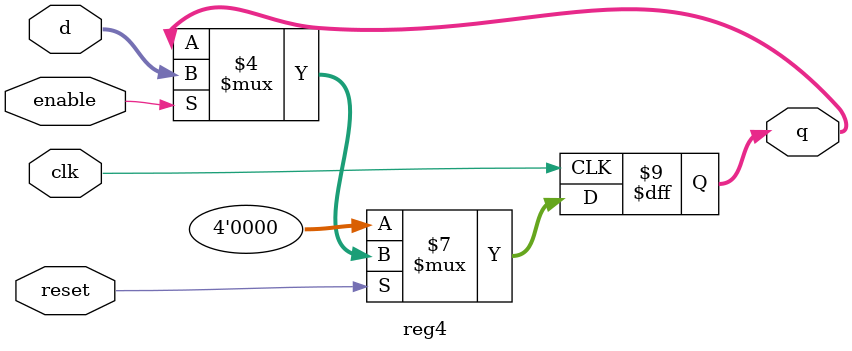
<source format=sv>
module datapath(input logic slow_clock, input logic fast_clock, input logic resetb,
                input logic load_pcard1, input logic load_pcard2, input logic load_pcard3,
                input logic load_dcard1, input logic load_dcard2, input logic load_dcard3,
                output logic [3:0] pcard3_out,
                output logic [3:0] pscore_out, output logic [3:0] dscore_out,
                output logic [6:0] HEX5, output logic [6:0] HEX4, output logic [6:0] HEX3,
                output logic [6:0] HEX2, output logic [6:0] HEX1, output logic [6:0] HEX0);

// Card value registers
logic [3:0] new_card, pc1_value, pc2_value, pc3_value, dc1_value, dc2_value, dc3_value;

//assign pc1_value = 4'b0000;
//assign pc2_value = 4'b0000;
//assign pc3_value = 4'b0000;
//assign dc1_value = 4'b0000;
//assign dc2_value = 4'b0000;
//assign dc3_value = 4'b0000;
always_comb begin
    // Convert face cards to 0
    if (pc3_value >= 4'b1010) begin
        pcard3_out = 4'b0000;
    end
    else begin
        pcard3_out = pc3_value;
    end 
end

// The code describing your datapath will go here.  Your datapath 
// will hierarchically instantiate six card7seg blocks, two scorehand
// blocks, and a dealcard block.  The registers may either be instatiated
// or included as sequential always blocks directly in this file.
//
// Follow the block diagram in the Lab 1 handout closely as you write this code.

// Deal cards
dealcard dealCard (.clock(fast_clock), .resetb(resetb), .new_card(new_card));

// Card Registers
reg4 PCard1 (.d(new_card), .enable(load_pcard1), .clk(slow_clock), .reset(resetb), .q(pc1_value));
reg4 PCard2 (.d(new_card), .enable(load_pcard2), .clk(slow_clock), .reset(resetb), .q(pc2_value));
reg4 PCard3 (.d(new_card), .enable(load_pcard3), .clk(slow_clock), .reset(resetb), .q(pc3_value));
reg4 DCard1 (.d(new_card), .enable(load_dcard1), .clk(slow_clock), .reset(resetb), .q(dc1_value));
reg4 DCard2 (.d(new_card), .enable(load_dcard2), .clk(slow_clock), .reset(resetb), .q(dc2_value));
reg4 DCard3 (.d(new_card), .enable(load_dcard3), .clk(slow_clock), .reset(resetb), .q(dc3_value));

// Score Calculators
scorehand PScore_hand (.card1(pc1_value), .card2(pc2_value), .card3(pc3_value), .total(pscore_out));
scorehand DScore_hand (.card1(dc1_value), .card2(dc2_value), .card3(dc3_value), .total(dscore_out));

// 7-bit HEX displays for card values
card7seg PCard1_7seg (.SW(pc1_value), .HEX0(HEX0));
card7seg PCard2_7seg (.SW(pc2_value), .HEX0(HEX1));
card7seg PCard3_7seg (.SW(pc3_value), .HEX0(HEX2));
card7seg DCard1_7seg (.SW(dc1_value), .HEX0(HEX3));
card7seg DCard2_7seg (.SW(dc2_value), .HEX0(HEX4));
card7seg DCard3_7seg (.SW(dc3_value), .HEX0(HEX5));

endmodule

module reg4(input [3:0] d, input enable, input clk, input reset, output logic [3:0] q);
    always_ff @(posedge clk) begin
        if (!reset) begin
            q <= 4'b0000;
        end
        else if (enable) begin
            q <= d;
        end
        else begin
            q <= q;
        end
    end
endmodule
</source>
